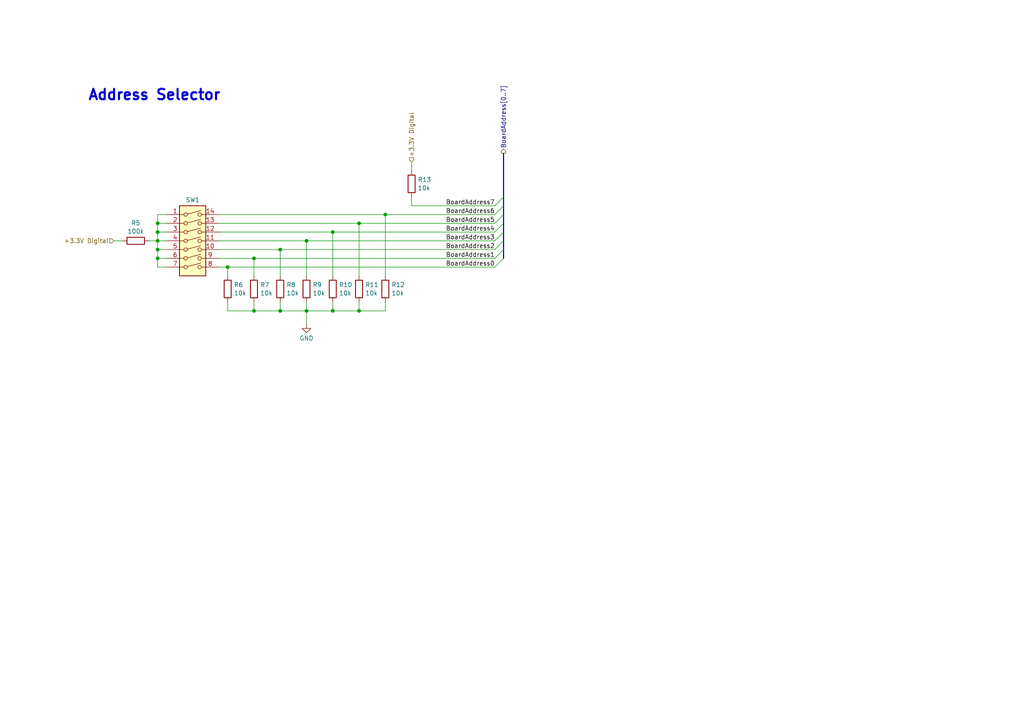
<source format=kicad_sch>
(kicad_sch (version 20250114) (generator "eeschema") (generator_version "9.0")
  (paper "A4")
  (title_block (title "Modular Music Controller / Sub-Board / Address Selector") (date "2025-12-02") (rev "2") (company "Dennis Schulmeister-Zimolong"))
  (lib_symbols
    (symbol "Device:R" (pin_numbers (hide yes)) (pin_names (offset 0))
      (property "Reference" "R" (at 2.032 0 90))
      (property "Value" "R" (at 0 0 90))
      (symbol "R_0_1"
        (rectangle (start -1.016 -2.54) (end 1.016 2.54) (stroke (width 0.254)))
      )
      (symbol "R_1_1"
        (pin passive line (at 0 3.81 270) (length 1.27) (name "~") (number "1"))
        (pin passive line (at 0 -3.81 90) (length 1.27) (name "~") (number "2"))
      )
    )
    (symbol "Switch:SW_DIP_x07" (pin_names (offset 0) (hide yes))
      (property "Reference" "SW" (at 0 11.43 0))
      (property "Value" "SW_DIP_x07" (at 0 -11.43 0))
      (symbol "SW_DIP_x07_0_0"
        (circle (center -2.032 7.62) (radius 0.508))
        (circle (center -2.032 5.08) (radius 0.508))
        (circle (center -2.032 2.54) (radius 0.508))
        (circle (center -2.032 0) (radius 0.508))
        (circle (center -2.032 -2.54) (radius 0.508))
        (circle (center -2.032 -5.08) (radius 0.508))
        (circle (center -2.032 -7.62) (radius 0.508))
        (polyline (pts (xy -1.524 7.747) (xy 2.3622 8.7884)))
        (polyline (pts (xy -1.524 5.207) (xy 2.3622 6.2484)))
        (polyline (pts (xy -1.524 2.667) (xy 2.3622 3.7084)))
        (polyline (pts (xy -1.524 0.127) (xy 2.3622 1.1684)))
        (polyline (pts (xy -1.524 -2.413) (xy 2.3622 -1.3716)))
        (polyline (pts (xy -1.524 -4.9276) (xy 2.3622 -3.8862)))
        (polyline (pts (xy -1.524 -7.4676) (xy 2.3622 -6.4262)))
        (circle (center 2.032 7.62) (radius 0.508))
        (circle (center 2.032 5.08) (radius 0.508))
        (circle (center 2.032 2.54) (radius 0.508))
        (circle (center 2.032 0) (radius 0.508))
        (circle (center 2.032 -2.54) (radius 0.508))
        (circle (center 2.032 -5.08) (radius 0.508))
        (circle (center 2.032 -7.62) (radius 0.508))
      )
      (symbol "SW_DIP_x07_0_1"
        (rectangle (start -3.81 10.16) (end 3.81 -10.16) (stroke (width 0.254)) (fill (type background)))
      )
      (symbol "SW_DIP_x07_1_1"
        (pin passive line (at -7.62 7.62 0) (length 5.08) (name "~") (number "1"))
        (pin passive line (at -7.62 5.08 0) (length 5.08) (name "~") (number "2"))
        (pin passive line (at -7.62 2.54 0) (length 5.08) (name "~") (number "3"))
        (pin passive line (at -7.62 0 0) (length 5.08) (name "~") (number "4"))
        (pin passive line (at -7.62 -2.54 0) (length 5.08) (name "~") (number "5"))
        (pin passive line (at -7.62 -5.08 0) (length 5.08) (name "~") (number "6"))
        (pin passive line (at -7.62 -7.62 0) (length 5.08) (name "~") (number "7"))
        (pin passive line (at 7.62 7.62 180) (length 5.08) (name "~") (number "14"))
        (pin passive line (at 7.62 5.08 180) (length 5.08) (name "~") (number "13"))
        (pin passive line (at 7.62 2.54 180) (length 5.08) (name "~") (number "12"))
        (pin passive line (at 7.62 0 180) (length 5.08) (name "~") (number "11"))
        (pin passive line (at 7.62 -2.54 180) (length 5.08) (name "~") (number "10"))
        (pin passive line (at 7.62 -5.08 180) (length 5.08) (name "~") (number "9"))
        (pin passive line (at 7.62 -7.62 180) (length 5.08) (name "~") (number "8"))
      )
    )
    (symbol "power:GND" (power) (pin_numbers (hide yes)) (pin_names (offset 0) (hide yes))
      (property "Value" "GND" (at 0 -3.81 0))
      (symbol "GND_0_1"
        (polyline (pts (xy 0 0) (xy 0 -1.27) (xy 1.27 -1.27) (xy 0 -2.54) (xy -1.27 -1.27) (xy 0 -1.27)))
      )
      (symbol "GND_1_1"
        (pin power_in line (at 0 0 270) (length 0) (name "~") (number "1"))
      )
    )
  )
  (text "Address Selector" (at 25.4 25.908 0) (effects (font (size 3 3) (thickness 0.6) (bold yes)) (justify left top)))
  (junction (at 81.28 90.17))
  (junction (at 88.9 90.17))
  (junction (at 45.72 67.31))
  (junction (at 73.66 90.17))
  (junction (at 111.76 62.23))
  (junction (at 45.72 74.93))
  (junction (at 96.52 90.17))
  (junction (at 73.66 74.93))
  (junction (at 96.52 67.31))
  (junction (at 104.14 90.17))
  (junction (at 45.72 69.85))
  (junction (at 88.9 69.85))
  (junction (at 45.72 72.39))
  (junction (at 104.14 64.77))
  (junction (at 45.72 64.77))
  (junction (at 81.28 72.39))
  (junction (at 66.04 77.47))
  (bus_entry (at 143.51 74.93) (size 2.54 -2.54))
  (bus_entry (at 143.51 77.47) (size 2.54 -2.54))
  (bus_entry (at 143.51 72.39) (size 2.54 -2.54))
  (bus_entry (at 143.51 62.23) (size 2.54 -2.54))
  (bus_entry (at 143.51 59.69) (size 2.54 -2.54))
  (bus_entry (at 143.51 64.77) (size 2.54 -2.54))
  (bus_entry (at 143.51 67.31) (size 2.54 -2.54))
  (bus_entry (at 143.51 69.85) (size 2.54 -2.54))
  (wire (pts (xy 45.72 72.39) (xy 45.72 69.85)))
  (wire (pts (xy 63.5 64.77) (xy 104.14 64.77)))
  (wire (pts (xy 43.18 69.85) (xy 45.72 69.85)))
  (wire (pts (xy 33.02 69.85) (xy 35.56 69.85)))
  (wire (pts (xy 119.38 46.99) (xy 119.38 49.53)))
  (wire (pts (xy 48.26 64.77) (xy 45.72 64.77)))
  (wire (pts (xy 73.66 90.17) (xy 81.28 90.17)))
  (bus (pts (xy 146.05 57.15) (xy 146.05 59.69)))
  (wire (pts (xy 88.9 90.17) (xy 88.9 93.98)))
  (wire (pts (xy 45.72 77.47) (xy 45.72 74.93)))
  (wire (pts (xy 45.72 69.85) (xy 48.26 69.85)))
  (wire (pts (xy 88.9 87.63) (xy 88.9 90.17)))
  (wire (pts (xy 88.9 69.85) (xy 143.51 69.85)))
  (wire (pts (xy 63.5 74.93) (xy 73.66 74.93)))
  (wire (pts (xy 96.52 67.31) (xy 143.51 67.31)))
  (wire (pts (xy 63.5 69.85) (xy 88.9 69.85)))
  (wire (pts (xy 45.72 64.77) (xy 45.72 67.31)))
  (wire (pts (xy 48.26 77.47) (xy 45.72 77.47)))
  (wire (pts (xy 73.66 87.63) (xy 73.66 90.17)))
  (bus (pts (xy 146.05 67.31) (xy 146.05 69.85)))
  (bus (pts (xy 146.05 59.69) (xy 146.05 62.23)))
  (bus (pts (xy 146.05 69.85) (xy 146.05 72.39)))
  (wire (pts (xy 111.76 87.63) (xy 111.76 90.17)))
  (wire (pts (xy 96.52 90.17) (xy 88.9 90.17)))
  (wire (pts (xy 48.26 62.23) (xy 45.72 62.23)))
  (wire (pts (xy 73.66 74.93) (xy 73.66 80.01)))
  (wire (pts (xy 119.38 59.69) (xy 143.51 59.69)))
  (wire (pts (xy 63.5 77.47) (xy 66.04 77.47)))
  (wire (pts (xy 45.72 67.31) (xy 45.72 69.85)))
  (bus (pts (xy 146.05 44.45) (xy 146.05 57.15)))
  (bus (pts (xy 146.05 62.23) (xy 146.05 64.77)))
  (wire (pts (xy 119.38 57.15) (xy 119.38 59.69)))
  (wire (pts (xy 81.28 90.17) (xy 88.9 90.17)))
  (wire (pts (xy 45.72 62.23) (xy 45.72 64.77)))
  (wire (pts (xy 111.76 62.23) (xy 143.51 62.23)))
  (wire (pts (xy 48.26 67.31) (xy 45.72 67.31)))
  (bus (pts (xy 146.05 72.39) (xy 146.05 74.93)))
  (wire (pts (xy 111.76 62.23) (xy 111.76 80.01)))
  (wire (pts (xy 96.52 87.63) (xy 96.52 90.17)))
  (wire (pts (xy 81.28 72.39) (xy 81.28 80.01)))
  (wire (pts (xy 63.5 62.23) (xy 111.76 62.23)))
  (wire (pts (xy 104.14 64.77) (xy 104.14 80.01)))
  (wire (pts (xy 48.26 74.93) (xy 45.72 74.93)))
  (wire (pts (xy 63.5 72.39) (xy 81.28 72.39)))
  (wire (pts (xy 66.04 87.63) (xy 66.04 90.17)))
  (wire (pts (xy 81.28 72.39) (xy 143.51 72.39)))
  (wire (pts (xy 73.66 74.93) (xy 143.51 74.93)))
  (wire (pts (xy 81.28 87.63) (xy 81.28 90.17)))
  (wire (pts (xy 96.52 67.31) (xy 96.52 80.01)))
  (wire (pts (xy 66.04 77.47) (xy 66.04 80.01)))
  (wire (pts (xy 66.04 77.47) (xy 143.51 77.47)))
  (wire (pts (xy 104.14 90.17) (xy 111.76 90.17)))
  (wire (pts (xy 104.14 87.63) (xy 104.14 90.17)))
  (wire (pts (xy 48.26 72.39) (xy 45.72 72.39)))
  (wire (pts (xy 63.5 67.31) (xy 96.52 67.31)))
  (bus (pts (xy 146.05 64.77) (xy 146.05 67.31)))
  (wire (pts (xy 96.52 90.17) (xy 104.14 90.17)))
  (wire (pts (xy 66.04 90.17) (xy 73.66 90.17)))
  (wire (pts (xy 45.72 74.93) (xy 45.72 72.39)))
  (wire (pts (xy 88.9 69.85) (xy 88.9 80.01)))
  (wire (pts (xy 104.14 64.77) (xy 143.51 64.77)))
  (label "BoardAddress5" (at 143.51 64.77 180))
  (label "BoardAddress4" (at 143.51 67.31 180))
  (label "BoardAddress7" (at 143.51 59.69 180))
  (label "BoardAddress6" (at 143.51 62.23 180))
  (label "BoardAddress0" (at 143.51 77.47 180))
  (label "BoardAddress3" (at 143.51 69.85 180))
  (label "BoardAddress2" (at 143.51 72.39 180))
  (label "BoardAddress1" (at 143.51 74.93 180))
  (hierarchical_label "BoardAddress[0..7]" (shape output) (at 146.05 44.45 90))
  (hierarchical_label "+3.3V Digital" (shape input) (at 33.02 69.85 180))
  (hierarchical_label "+3.3V Digital" (shape input) (at 119.38 46.99 90))
  (symbol (lib_id "Device:R") (at 88.9 83.82 0) (unit 1)
    (property "Reference" "R9" (at 90.678 82.6078 0) (effects (justify left)))
    (property "Value" "10k" (at 90.678 85.0321 0) (effects (justify left)))
    (property "Footprint" "Resistor_SMD:R_0402_1005Metric" (effects (hide yes)))
    (property "Description" "Resistor" (effects (hide yes)))
  )
  (symbol (lib_id "Device:R") (at 111.76 83.82 0) (unit 1)
    (property "Reference" "R12" (at 113.538 82.6078 0) (effects (justify left)))
    (property "Value" "10k" (at 113.538 85.0321 0) (effects (justify left)))
    (property "Footprint" "Resistor_SMD:R_0402_1005Metric" (effects (hide yes)))
    (property "Description" "Resistor" (effects (hide yes)))
  )
  (symbol (lib_id "Switch:SW_DIP_x07") (at 55.88 69.85 0) (unit 1)
    (property "Reference" "SW1" (at 55.88 57.9699 0))
    (property "Value" "CTS 219-7LPSTR" (effects (hide yes)))
    (property "Footprint" "Button_Switch_SMD:SW_DIP_SPSTx07_Slide_6.7x19.34mm_W6.73mm_P2.54mm_LowProfile_JPin" (effects (hide yes)))
    (property "Description" "7x DIP Switch, Single Pole Single Throw (SPST) switch, small symbol" (effects (hide yes)))
  )
  (symbol (lib_id "Device:R") (at 81.28 83.82 0) (unit 1)
    (property "Reference" "R8" (at 83.058 82.6078 0) (effects (justify left)))
    (property "Value" "10k" (at 83.058 85.0321 0) (effects (justify left)))
    (property "Footprint" "Resistor_SMD:R_0402_1005Metric" (effects (hide yes)))
    (property "Description" "Resistor" (effects (hide yes)))
  )
  (symbol (lib_id "Device:R") (at 119.38 53.34 0) (unit 1)
    (property "Reference" "R13" (at 121.158 52.1278 0) (effects (justify left)))
    (property "Value" "10k" (at 121.158 54.5521 0) (effects (justify left)))
    (property "Footprint" "Resistor_SMD:R_0402_1005Metric" (effects (hide yes)))
    (property "Description" "Resistor" (effects (hide yes)))
  )
  (symbol (lib_id "Device:R") (at 96.52 83.82 0) (unit 1)
    (property "Reference" "R10" (at 98.298 82.6078 0) (effects (justify left)))
    (property "Value" "10k" (at 98.298 85.0321 0) (effects (justify left)))
    (property "Footprint" "Resistor_SMD:R_0402_1005Metric" (effects (hide yes)))
    (property "Description" "Resistor" (effects (hide yes)))
  )
  (symbol (lib_id "power:GND") (at 88.9 93.98 0) (unit 1)
    (property "Reference" "#PWR8" (effects (hide yes)))
    (property "Value" "GND" (at 88.9 98.1131 0))
    (property "Description" "Power symbol creates a global label with name \"GND\" , ground" (effects (hide yes)))
  )
  (symbol (lib_id "Device:R") (at 66.04 83.82 0) (unit 1)
    (property "Reference" "R6" (at 67.818 82.6078 0) (effects (justify left)))
    (property "Value" "10k" (at 67.818 85.0321 0) (effects (justify left)))
    (property "Footprint" "Resistor_SMD:R_0402_1005Metric" (effects (hide yes)))
    (property "Description" "Resistor" (effects (hide yes)))
  )
  (symbol (lib_id "Device:R") (at 39.37 69.85 90) (unit 1)
    (property "Reference" "R5" (at 39.37 64.6895 90))
    (property "Value" "100k" (at 39.37 67.1138 90))
    (property "Footprint" "Resistor_SMD:R_0402_1005Metric" (effects (hide yes)))
    (property "Description" "Resistor" (effects (hide yes)))
  )
  (symbol (lib_id "Device:R") (at 104.14 83.82 0) (unit 1)
    (property "Reference" "R11" (at 105.918 82.6078 0) (effects (justify left)))
    (property "Value" "10k" (at 105.918 85.0321 0) (effects (justify left)))
    (property "Footprint" "Resistor_SMD:R_0402_1005Metric" (effects (hide yes)))
    (property "Description" "Resistor" (effects (hide yes)))
  )
  (symbol (lib_id "Device:R") (at 73.66 83.82 0) (unit 1)
    (property "Reference" "R7" (at 75.438 82.6078 0) (effects (justify left)))
    (property "Value" "10k" (at 75.438 85.0321 0) (effects (justify left)))
    (property "Footprint" "Resistor_SMD:R_0402_1005Metric" (effects (hide yes)))
    (property "Description" "Resistor" (effects (hide yes)))
  )
)
</source>
